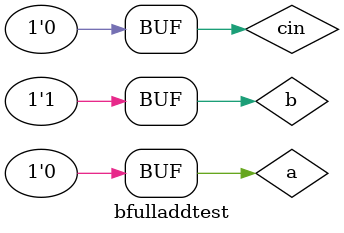
<source format=v>
`timescale 1ns / 1ps


module bfulladdtest;

	// Inputs
	reg a;
	reg b;
	reg cin;

	// Outputs
	wire s;
	wire cout;

	// Instantiate the Unit Under Test (UUT)
	bfulladd uut (
		.a(a), 
		.b(b), 
		.cin(cin), 
		.s(s), 
		.cout(cout)
	);

	initial begin
	   $monitor("%t a=%b b=%b cin=%b s=%b cout=%b",$time,a,b,cin,s,cout);
		// Initialize Inputs
		a = 0;
		b = 0;
		cin = 0;

		// Wait 100 ns for global reset to finish
		#10 a=1;b=1;cin=1;
		#10 a=0;cin=1;b=0;
		#10 cin=1;b=0;a=1;
		#15 a=1;b=1;cin=0;
		#10 a=0;b=1;cin=1;
		#10 a=0;b=1;cin=0;
        
		// Add stimulus here

	end
      
endmodule


</source>
